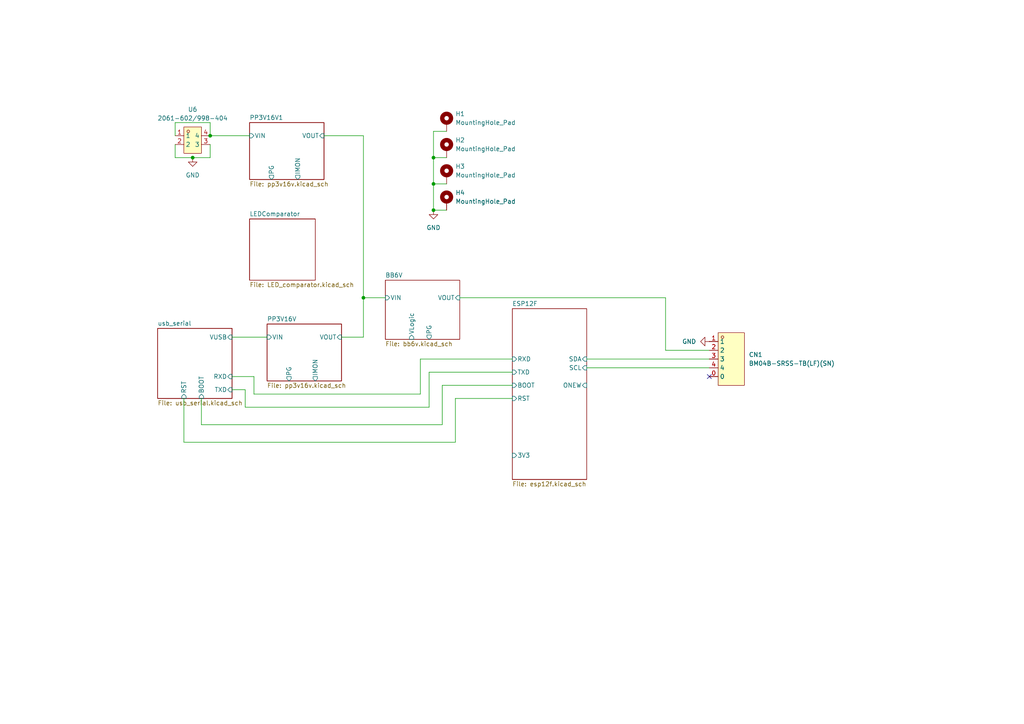
<source format=kicad_sch>
(kicad_sch (version 20231120) (generator "eeschema") (generator_version "8.0")
  (paper "A4")
  (lib_symbols
    (symbol "Mechanical:MountingHole_Pad" (pin_numbers hide) (pin_names (offset 1.016) hide) (exclude_from_sim yes) (in_bom no)
      (property "Reference" "H" (at 0 6.35 0))
      (property "Value" "MountingHole_Pad" (at 0 4.445 0))
      (symbol "MountingHole_Pad_0_1"
        (circle (center 0 1.27) (radius 1.27) (stroke (width 1.27)))
      )
      (symbol "MountingHole_Pad_1_1"
        (pin input line (at 0 -2.54 90) (length 2.54) (name "1") (number "1"))
      )
    )
    (symbol "easyeda2kicad:2061-602_998-404"
      (property "Reference" "U" (at 0 6.35 0))
      (property "Value" "2061-602/998-404" (at 0 -6.35 0))
      (symbol "2061-602_998-404_0_1"
        (rectangle (start -2.54 3.81) (end 2.54 -3.81) (fill (type background)))
        (circle (center -1.27 2.54) (radius 0.38))
        (pin unspecified line (at -5.08 1.27 0) (length 2.54) (name "1") (number "1"))
        (pin unspecified line (at -5.08 -1.27 0) (length 2.54) (name "2") (number "2"))
        (pin unspecified line (at 5.08 -1.27 180) (length 2.54) (name "3") (number "3"))
        (pin unspecified line (at 5.08 1.27 180) (length 2.54) (name "4") (number "4"))
      )
    )
    (symbol "easyeda2kicad:BM04B-SRSS-TB(LF)(SN)"
      (property "Reference" "CN" (at 0 10.16 0))
      (property "Value" "BM04B-SRSS-TB(LF)(SN)" (at 0 -10.16 0))
      (symbol "BM04B-SRSS-TB(LF)(SN)_0_1"
        (rectangle (start -2.54 7.62) (end 5.08 -7.62) (fill (type background)))
        (circle (center -1.27 6.35) (radius 0.38))
        (pin unspecified line (at -5.08 -5.08 0) (length 2.54) (name "0") (number "0"))
        (pin unspecified line (at -5.08 5.08 0) (length 2.54) (name "1") (number "1"))
        (pin unspecified line (at -5.08 2.54 0) (length 2.54) (name "2") (number "2"))
        (pin unspecified line (at -5.08 0 0) (length 2.54) (name "3") (number "3"))
        (pin unspecified line (at -5.08 -2.54 0) (length 2.54) (name "4") (number "4"))
      )
    )
    (symbol "power:GND" (power) (pin_numbers hide) (pin_names (offset 0) hide)
      (property "Value" "GND" (at 0 -3.81 0))
      (symbol "GND_0_1"
        (polyline (pts (xy 0 0) (xy 0 -1.27) (xy 1.27 -1.27) (xy 0 -2.54) (xy -1.27 -1.27) (xy 0 -1.27)))
      )
      (symbol "GND_1_1"
        (pin power_in line (at 0 0 270) (length 0) (name "~") (number "1"))
      )
    )
  )
  (junction (at 105.41 86.36))
  (junction (at 60.96 39.37))
  (junction (at 125.73 60.96))
  (junction (at 125.73 45.72))
  (junction (at 125.73 53.34))
  (junction (at 55.88 45.72))
  (no_connect (at 205.74 109.22))
  (wire (pts (xy 125.73 60.96) (xy 125.73 53.34)))
  (wire (pts (xy 193.04 86.36) (xy 193.04 101.6)))
  (wire (pts (xy 105.41 39.37) (xy 105.41 86.36)))
  (wire (pts (xy 170.18 104.14) (xy 205.74 104.14)))
  (wire (pts (xy 93.98 39.37) (xy 105.41 39.37)))
  (wire (pts (xy 71.12 118.11) (xy 124.46 118.11)))
  (wire (pts (xy 67.31 109.22) (xy 73.66 109.22)))
  (wire (pts (xy 53.34 128.27) (xy 132.08 128.27)))
  (wire (pts (xy 125.73 53.34) (xy 129.54 53.34)))
  (wire (pts (xy 129.54 38.1) (xy 125.73 38.1)))
  (wire (pts (xy 124.46 107.95) (xy 148.59 107.95)))
  (wire (pts (xy 128.27 111.76) (xy 148.59 111.76)))
  (wire (pts (xy 99.06 97.79) (xy 105.41 97.79)))
  (wire (pts (xy 125.73 38.1) (xy 125.73 45.72)))
  (wire (pts (xy 121.92 114.3) (xy 121.92 104.14)))
  (wire (pts (xy 55.88 45.72) (xy 60.96 45.72)))
  (wire (pts (xy 71.12 113.03) (xy 71.12 118.11)))
  (wire (pts (xy 60.96 39.37) (xy 72.39 39.37)))
  (wire (pts (xy 50.8 45.72) (xy 55.88 45.72)))
  (wire (pts (xy 53.34 115.57) (xy 53.34 128.27)))
  (wire (pts (xy 129.54 60.96) (xy 125.73 60.96)))
  (wire (pts (xy 73.66 109.22) (xy 73.66 114.3)))
  (wire (pts (xy 125.73 45.72) (xy 125.73 53.34)))
  (wire (pts (xy 121.92 104.14) (xy 148.59 104.14)))
  (wire (pts (xy 129.54 45.72) (xy 125.73 45.72)))
  (wire (pts (xy 132.08 128.27) (xy 132.08 115.57)))
  (wire (pts (xy 58.42 123.19) (xy 128.27 123.19)))
  (wire (pts (xy 58.42 115.57) (xy 58.42 123.19)))
  (wire (pts (xy 60.96 45.72) (xy 60.96 41.91)))
  (wire (pts (xy 193.04 101.6) (xy 205.74 101.6)))
  (wire (pts (xy 67.31 113.03) (xy 71.12 113.03)))
  (wire (pts (xy 128.27 123.19) (xy 128.27 111.76)))
  (wire (pts (xy 124.46 118.11) (xy 124.46 107.95)))
  (wire (pts (xy 105.41 97.79) (xy 105.41 86.36)))
  (wire (pts (xy 60.96 35.56) (xy 60.96 39.37)))
  (wire (pts (xy 50.8 35.56) (xy 60.96 35.56)))
  (wire (pts (xy 133.35 86.36) (xy 193.04 86.36)))
  (wire (pts (xy 73.66 114.3) (xy 121.92 114.3)))
  (wire (pts (xy 50.8 39.37) (xy 50.8 35.56)))
  (wire (pts (xy 67.31 97.79) (xy 77.47 97.79)))
  (wire (pts (xy 50.8 41.91) (xy 50.8 45.72)))
  (wire (pts (xy 132.08 115.57) (xy 148.59 115.57)))
  (wire (pts (xy 170.18 106.68) (xy 205.74 106.68)))
  (wire (pts (xy 105.41 86.36) (xy 111.76 86.36)))
  (symbol (lib_id "easyeda2kicad:BM04B-SRSS-TB(LF)(SN)") (at 210.82 104.14 0) (unit 1)
    (property "Reference" "CN1" (at 217.17 102.8699 0) (effects (justify left)))
    (property "Value" "BM04B-SRSS-TB(LF)(SN)" (at 217.17 105.4099 0) (effects (justify left)))
    (property "Footprint" "easyeda2kicad:CONN-SMD_BM04B-SRSS-TB" (effects (hide yes)))
    (property "Datasheet" "https://lcsc.com/product-detail/Others_JST-Sales-America__JST-Sales-America-BM04B-SRSS-TB-LF-SN_C160390.html" (effects (hide yes)))
    (property "LCSC Part" "C160390" (effects (hide yes)))
  )
  (symbol (lib_id "power:GND") (at 55.88 45.72 0) (unit 1)
    (property "Reference" "#PWR045" (effects (hide yes)))
    (property "Value" "GND" (at 55.88 50.8 0))
    (property "Description" "Power symbol creates a global label with name \"GND\" , ground" (effects (hide yes)))
  )
  (symbol (lib_id "Mechanical:MountingHole_Pad") (at 129.54 50.8 0) (unit 1) (exclude_from_sim yes) (in_bom no)
    (property "Reference" "H3" (at 132.08 48.2599 0) (effects (justify left)))
    (property "Value" "MountingHole_Pad" (at 132.08 50.7999 0) (effects (justify left)))
    (property "Footprint" "MountingHole:MountingHole_4.3mm_M4_ISO7380_Pad" (effects (hide yes)))
    (property "Description" "Mounting Hole with connection" (effects (hide yes)))
  )
  (symbol (lib_id "power:GND") (at 205.74 99.06 270) (unit 1)
    (property "Reference" "#PWR046" (effects (hide yes)))
    (property "Value" "GND" (at 201.93 99.0599 90) (effects (justify right)))
    (property "Description" "Power symbol creates a global label with name \"GND\" , ground" (effects (hide yes)))
  )
  (symbol (lib_id "easyeda2kicad:2061-602_998-404") (at 55.88 40.64 0) (unit 1)
    (property "Reference" "U6" (at 55.88 31.75 0))
    (property "Value" "2061-602/998-404" (at 55.88 34.29 0))
    (property "Footprint" "easyeda2kicad:CONN-SMD_2061-602-998-404" (effects (hide yes)))
    (property "LCSC Part" "C2765058" (effects (hide yes)))
  )
  (symbol (lib_id "Mechanical:MountingHole_Pad") (at 129.54 35.56 0) (unit 1) (exclude_from_sim yes) (in_bom no)
    (property "Reference" "H1" (at 132.08 33.0199 0) (effects (justify left)))
    (property "Value" "MountingHole_Pad" (at 132.08 35.5599 0) (effects (justify left)))
    (property "Footprint" "MountingHole:MountingHole_4.3mm_M4_ISO7380_Pad" (effects (hide yes)))
    (property "Description" "Mounting Hole with connection" (effects (hide yes)))
  )
  (symbol (lib_id "power:GND") (at 125.73 60.96 0) (unit 1)
    (property "Reference" "#PWR044" (effects (hide yes)))
    (property "Value" "GND" (at 125.73 66.04 0))
    (property "Description" "Power symbol creates a global label with name \"GND\" , ground" (effects (hide yes)))
  )
  (symbol (lib_id "Mechanical:MountingHole_Pad") (at 129.54 43.18 0) (unit 1) (exclude_from_sim yes) (in_bom no)
    (property "Reference" "H2" (at 132.08 40.6399 0) (effects (justify left)))
    (property "Value" "MountingHole_Pad" (at 132.08 43.1799 0) (effects (justify left)))
    (property "Footprint" "MountingHole:MountingHole_4.3mm_M4_ISO7380_Pad" (effects (hide yes)))
    (property "Description" "Mounting Hole with connection" (effects (hide yes)))
  )
  (symbol (lib_id "Mechanical:MountingHole_Pad") (at 129.54 58.42 0) (unit 1) (exclude_from_sim yes) (in_bom no)
    (property "Reference" "H4" (at 132.08 55.8799 0) (effects (justify left)))
    (property "Value" "MountingHole_Pad" (at 132.08 58.4199 0) (effects (justify left)))
    (property "Footprint" "MountingHole:MountingHole_4.3mm_M4_ISO7380_Pad" (effects (hide yes)))
    (property "Description" "Mounting Hole with connection" (effects (hide yes)))
  )
  (sheet (at 72.39 63.5) (size 19.05 17.78) (stroke (width 0.1524))
    (property "Sheetname" "LEDComparator" (at 72.39 62.7884 0) (effects (justify left bottom)))
    (property "Sheetfile" "LED_comparator.kicad_sch" (at 72.39 81.8646 0) (effects (justify left top)))
  )
  (sheet (at 111.76 81.28) (size 21.59 17.145) (stroke (width 0.1524))
    (property "Sheetname" "BB6V" (at 111.76 80.5684 0) (effects (justify left bottom)))
    (property "Sheetfile" "bb6v.kicad_sch" (at 111.76 99.0096 0) (effects (justify left top)))
    (pin "VIN" input (at 111.76 86.36 180))
    (pin "VOUT" input (at 133.35 86.36 0))
    (pin "VLogic" input (at 119.38 98.425 270))
    (pin "PG" output (at 124.46 98.425 270))
  )
  (sheet (at 45.72 95.25) (size 21.59 20.32) (stroke (width 0.1524))
    (property "Sheetname" "usb_serial" (at 45.72 94.5384 0) (effects (justify left bottom)))
    (property "Sheetfile" "usb_serial.kicad_sch" (at 45.72 116.1546 0) (effects (justify left top)))
    (pin "VUSB" input (at 67.31 97.79 0))
    (pin "TXD" input (at 67.31 113.03 0))
    (pin "RST" input (at 53.34 115.57 270))
    (pin "BOOT" input (at 58.42 115.57 270))
    (pin "RXD" input (at 67.31 109.22 0))
  )
  (sheet (at 77.47 93.98) (size 21.59 16.51) (stroke (width 0.1524))
    (property "Sheetname" "PP3V16V" (at 77.47 93.2684 0) (effects (justify left bottom)))
    (property "Sheetfile" "pp3v16v.kicad_sch" (at 77.47 111.0746 0) (effects (justify left top)))
    (pin "VIN" input (at 77.47 97.79 180))
    (pin "PG" output (at 83.82 110.49 270))
    (pin "VOUT" input (at 99.06 97.79 0))
    (pin "IMON" output (at 91.44 110.49 270))
  )
  (sheet (at 148.59 89.535) (size 21.59 49.53) (stroke (width 0.1524))
    (property "Sheetname" "ESP12F" (at 148.59 88.8234 0) (effects (justify left bottom)))
    (property "Sheetfile" "esp12f.kicad_sch" (at 148.59 139.6496 0) (effects (justify left top)))
    (pin "RXD" input (at 148.59 104.14 180))
    (pin "TXD" input (at 148.59 107.95 180))
    (pin "SDA" input (at 170.18 104.14 0))
    (pin "BOOT" input (at 148.59 111.76 180))
    (pin "SCL" input (at 170.18 106.68 0))
    (pin "ONEW" input (at 170.18 111.76 0))
    (pin "RST" input (at 148.59 115.57 180))
    (pin "3V3" input (at 148.59 132.08 180))
  )
  (sheet (at 72.39 35.56) (size 21.59 16.51) (stroke (width 0.1524))
    (property "Sheetname" "PP3V16V1" (at 72.39 34.8484 0) (effects (justify left bottom)))
    (property "Sheetfile" "pp3v16v.kicad_sch" (at 72.39 52.6546 0) (effects (justify left top)))
    (pin "VIN" input (at 72.39 39.37 180))
    (pin "PG" output (at 78.74 52.07 270))
    (pin "VOUT" input (at 93.98 39.37 0))
    (pin "IMON" output (at 86.36 52.07 270))
  )
)
</source>
